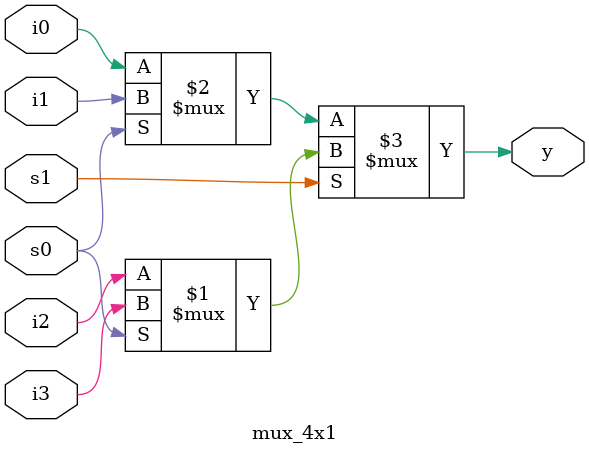
<source format=v>
module mux_4x1(i0,i1,i2,i3,s0,s1,y);
	input i0,i1,i2,i3;
	input s0,s1;

	output y;

	assign y = s1 ? (s0 ? i3 : i2) : (s0 ? i1 : i0); 
	
endmodule

</source>
